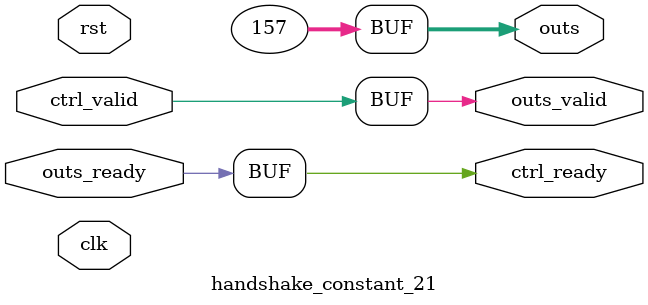
<source format=v>
`timescale 1ns / 1ps
module handshake_constant_21 #(
  parameter DATA_WIDTH = 32  // Default set to 32 bits
) (
  input                       clk,
  input                       rst,
  // Input Channel
  input                       ctrl_valid,
  output                      ctrl_ready,
  // Output Channel
  output [DATA_WIDTH - 1 : 0] outs,
  output                      outs_valid,
  input                       outs_ready
);
  assign outs       = 9'b010011101;
  assign outs_valid = ctrl_valid;
  assign ctrl_ready = outs_ready;

endmodule

</source>
